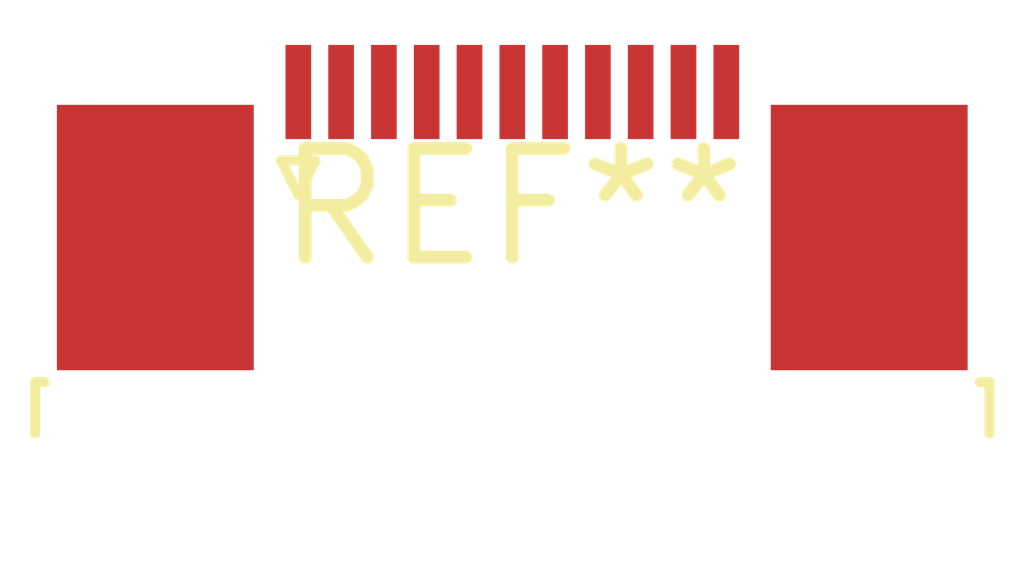
<source format=kicad_pcb>
(kicad_pcb (version 20240108) (generator pcbnew)
  (layers (0 "F.Cu" signal) (31 "B.Cu" signal) (34 "B.Paste" user) (35 "F.Paste" user) (36 "B.SilkS" user "B.Silkscreen") (37 "F.SilkS" user "F.Silkscreen") (38 "B.Mask" user) (39 "F.Mask" user) (44 "Edge.Cuts" user))
  (net 0 "")
  (footprint "TE_1-1734839-1_1x11-1MP_P0.5mm_Horizontal" (layer "F.Cu") (at 0 0)
    (property "Reference" "REF**")
    (property "Value" "PCB Edge")
    (fp_line (start -5.575 2.04) (end -5.575 2.64) (layer "F.SilkS") (stroke (width 0.12)))
    (fp_line (start -5.465 2.04) (end -5.575 2.04) (layer "F.SilkS") (stroke (width 0.12)))
    (fp_line (start -2.7 -0.55) (end -2.5 -0.15) (layer "F.SilkS") (stroke (width 0.12)))
    (fp_line (start -2.5 -0.15) (end -2.3 -0.55) (layer "F.SilkS") (stroke (width 0.12)))
    (fp_line (start -2.3 -0.55) (end -2.7 -0.55) (layer "F.SilkS") (stroke (width 0.12)))
    (fp_line (start 5.465 2.04) (end 5.575 2.04) (layer "F.SilkS") (stroke (width 0.12)))
    (fp_line (start 5.575 2.04) (end 5.575 2.64) (layer "F.SilkS") (stroke (width 0.12)))
    (pad "1" smd rect (at -2.5 -1.35) (size 0.3 1.1) (layers "F.Cu" "F.Paste" "F.Mask"))
    (pad "2" smd rect (at -2 -1.35) (size 0.3 1.1) (layers "F.Cu" "F.Paste" "F.Mask"))
    (pad "3" smd rect (at -1.5 -1.35) (size 0.3 1.1) (layers "F.Cu" "F.Paste" "F.Mask"))
    (pad "4" smd rect (at -1 -1.35) (size 0.3 1.1) (layers "F.Cu" "F.Paste" "F.Mask"))
    (pad "5" smd rect (at -0.5 -1.35) (size 0.3 1.1) (layers "F.Cu" "F.Paste" "F.Mask"))
    (pad "6" smd rect (at 0 -1.35) (size 0.3 1.1) (layers "F.Cu" "F.Paste" "F.Mask"))
    (pad "7" smd rect (at 0.5 -1.35) (size 0.3 1.1) (layers "F.Cu" "F.Paste" "F.Mask"))
    (pad "8" smd rect (at 1 -1.35) (size 0.3 1.1) (layers "F.Cu" "F.Paste" "F.Mask"))
    (pad "9" smd rect (at 1.5 -1.35) (size 0.3 1.1) (layers "F.Cu" "F.Paste" "F.Mask"))
    (pad "10" smd rect (at 2 -1.35) (size 0.3 1.1) (layers "F.Cu" "F.Paste" "F.Mask"))
    (pad "11" smd rect (at 2.5 -1.35) (size 0.3 1.1) (layers "F.Cu" "F.Paste" "F.Mask"))
    (pad "MP" smd rect (at -4.17 0.35) (size 2.3 3.1) (layers "F.Cu" "F.Paste" "F.Mask"))
    (pad "MP" smd rect (at 4.17 0.35) (size 2.3 3.1) (layers "F.Cu" "F.Paste" "F.Mask"))
  )
)
</source>
